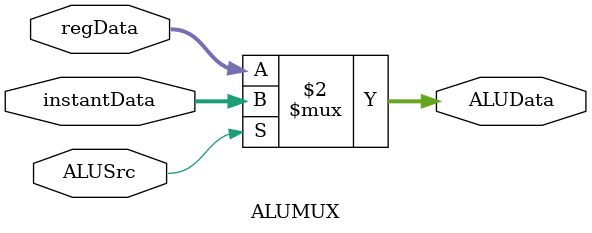
<source format=v>


module ALUMUX (regData, instantData, ALUSrc, ALUData);

    input wire [31:0] regData;
    input wire [31:0] instantData;
    input wire ALUSrc;

    output wire [31:0] ALUData;



    assign ALUData = (ALUSrc == 1'b1) ? instantData : regData;

endmodule
</source>
